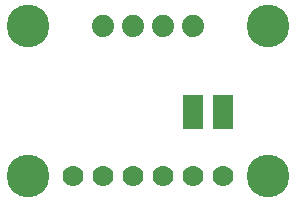
<source format=gbr>
G04 EAGLE Gerber RS-274X export*
G75*
%MOMM*%
%FSLAX34Y34*%
%LPD*%
%INSoldermask Bottom*%
%IPPOS*%
%AMOC8*
5,1,8,0,0,1.08239X$1,22.5*%
G01*
%ADD10C,1.879600*%
%ADD11C,1.778000*%
%ADD12C,3.617600*%
%ADD13R,1.651000X2.921000*%


D10*
X88900Y152400D03*
X114300Y152400D03*
X139700Y152400D03*
X165100Y152400D03*
D11*
X63500Y25400D03*
X88900Y25400D03*
X114300Y25400D03*
X139700Y25400D03*
X165100Y25400D03*
X190500Y25400D03*
D12*
X25400Y152400D03*
X228600Y152400D03*
D13*
X165100Y79248D03*
X190246Y79248D03*
D12*
X25400Y25400D03*
X228600Y25400D03*
M02*

</source>
